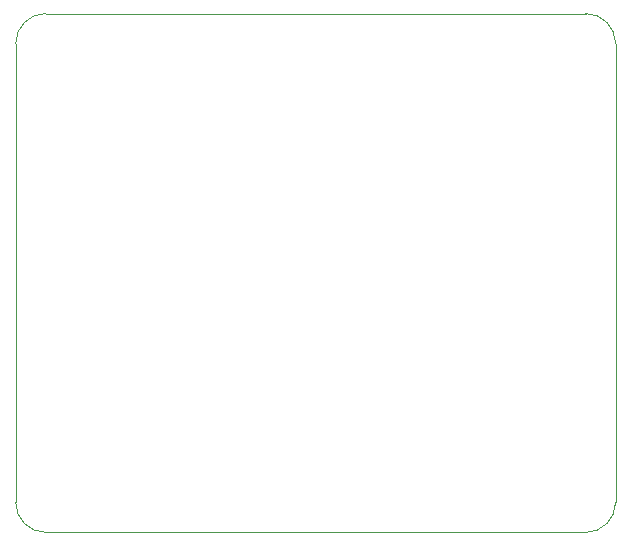
<source format=gbr>
%TF.GenerationSoftware,KiCad,Pcbnew,(6.0.2)*%
%TF.CreationDate,2022-12-06T07:33:19-05:00*%
%TF.ProjectId,Comms,436f6d6d-732e-46b6-9963-61645f706362,rev?*%
%TF.SameCoordinates,Original*%
%TF.FileFunction,Profile,NP*%
%FSLAX46Y46*%
G04 Gerber Fmt 4.6, Leading zero omitted, Abs format (unit mm)*
G04 Created by KiCad (PCBNEW (6.0.2)) date 2022-12-06 07:33:19*
%MOMM*%
%LPD*%
G01*
G04 APERTURE LIST*
%TA.AperFunction,Profile*%
%ADD10C,0.100000*%
%TD*%
G04 APERTURE END LIST*
D10*
X109845000Y-123190000D02*
X109845000Y-84340000D01*
X158105000Y-125730000D02*
G75*
G03*
X160645000Y-123190000I-1J2540001D01*
G01*
X112385000Y-81800000D02*
G75*
G03*
X109845000Y-84340000I1J-2540001D01*
G01*
X160645000Y-112280000D02*
X160645000Y-123190000D01*
X112385000Y-81800000D02*
X158105000Y-81800000D01*
X109845000Y-123190000D02*
G75*
G03*
X112385000Y-125730000I2540001J1D01*
G01*
X160645000Y-84340000D02*
G75*
G03*
X158105000Y-81800000I-2540001J-1D01*
G01*
X158105000Y-125730000D02*
X112385000Y-125730000D01*
X160645000Y-84340000D02*
X160645000Y-112280000D01*
M02*

</source>
